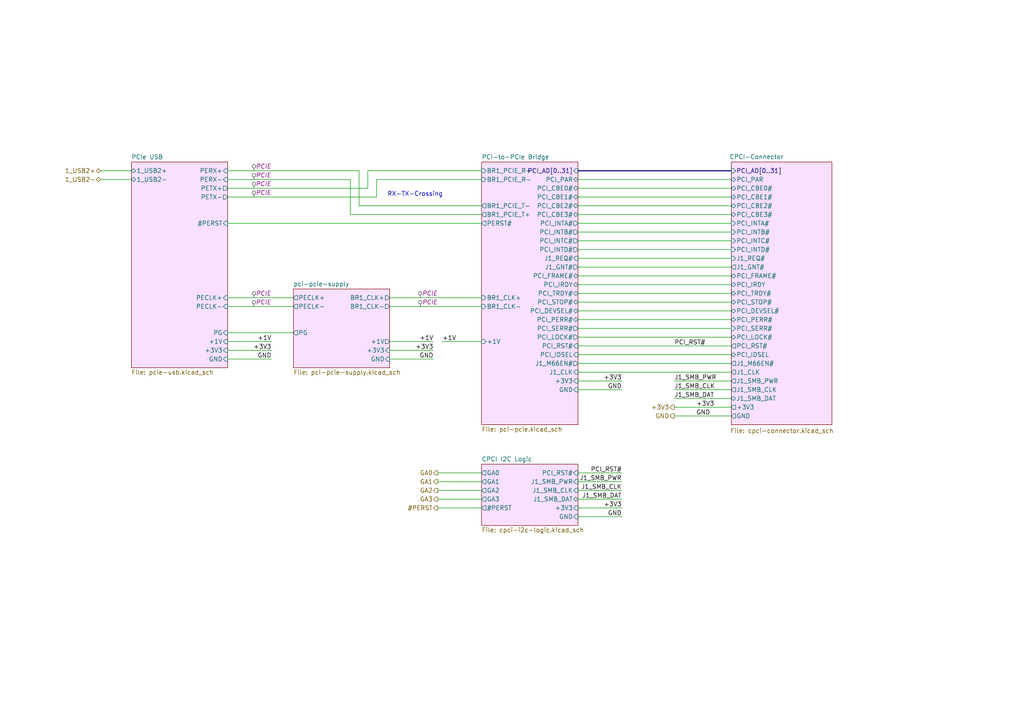
<source format=kicad_sch>
(kicad_sch
	(version 20231120)
	(generator "eeschema")
	(generator_version "8.0")
	(uuid "13c7307e-49d9-4fec-a395-7f45d40a8f77")
	(paper "A4")
	(title_block
		(title "CQ2")
		(date "2024-07-31")
		(rev "0")
		(comment 1 "CPCI to USB Interface")
		(comment 2 "Manfred Schmitz")
		(comment 3 "tbd")
		(comment 4 "2024-07-03")
		(comment 5 "tbd")
		(comment 6 "A")
	)
	(lib_symbols)
	(wire
		(pts
			(xy 212.09 82.55) (xy 167.64 82.55)
		)
		(stroke
			(width 0)
			(type default)
		)
		(uuid "078882c8-02c5-44fe-a177-df5704c07b36")
	)
	(wire
		(pts
			(xy 212.09 97.79) (xy 167.64 97.79)
		)
		(stroke
			(width 0)
			(type default)
		)
		(uuid "0b7bf6e8-d576-4da5-8aa1-54f3c5c73757")
	)
	(wire
		(pts
			(xy 212.09 115.57) (xy 195.58 115.57)
		)
		(stroke
			(width 0)
			(type default)
		)
		(uuid "0d4b57ae-801e-4ca8-b9aa-79c56dfb10d9")
	)
	(wire
		(pts
			(xy 167.64 142.24) (xy 180.34 142.24)
		)
		(stroke
			(width 0)
			(type default)
		)
		(uuid "14a0a11e-488a-4347-9d82-eacb94e9efd1")
	)
	(wire
		(pts
			(xy 212.09 52.07) (xy 167.64 52.07)
		)
		(stroke
			(width 0)
			(type default)
		)
		(uuid "1a35dbe2-e601-4119-ac78-584c0e479ed3")
	)
	(wire
		(pts
			(xy 125.73 101.6) (xy 113.03 101.6)
		)
		(stroke
			(width 0)
			(type default)
		)
		(uuid "1babc181-7091-45c8-8391-586961771b23")
	)
	(wire
		(pts
			(xy 139.7 139.7) (xy 127 139.7)
		)
		(stroke
			(width 0)
			(type default)
		)
		(uuid "1be37695-00e8-491c-ae5e-6b06b07ee4ed")
	)
	(wire
		(pts
			(xy 212.09 92.71) (xy 167.64 92.71)
		)
		(stroke
			(width 0)
			(type default)
		)
		(uuid "1e3547e8-70ee-446d-ac47-0a991fd8c3b4")
	)
	(wire
		(pts
			(xy 212.09 67.31) (xy 167.64 67.31)
		)
		(stroke
			(width 0)
			(type default)
		)
		(uuid "2047b5c9-07d7-475f-ba12-ef12d9b3bec3")
	)
	(wire
		(pts
			(xy 66.04 64.77) (xy 139.7 64.77)
		)
		(stroke
			(width 0)
			(type default)
		)
		(uuid "25cc6592-795e-45cf-968b-f41ffeba1150")
	)
	(wire
		(pts
			(xy 78.74 101.6) (xy 66.04 101.6)
		)
		(stroke
			(width 0)
			(type default)
		)
		(uuid "2a8dcaa9-6ff4-441d-b02f-844bb56af4a9")
	)
	(wire
		(pts
			(xy 195.58 118.11) (xy 212.09 118.11)
		)
		(stroke
			(width 0)
			(type default)
		)
		(uuid "2b01f1f2-ffa0-462c-beae-165d520045f4")
	)
	(wire
		(pts
			(xy 29.21 49.53) (xy 38.1 49.53)
		)
		(stroke
			(width 0)
			(type default)
		)
		(uuid "2bdf8aad-328e-436d-b836-8e8ed2e42f13")
	)
	(wire
		(pts
			(xy 139.7 88.9) (xy 113.03 88.9)
		)
		(stroke
			(width 0)
			(type default)
		)
		(uuid "3783f957-90ca-4d73-952c-c15b96f6762d")
	)
	(wire
		(pts
			(xy 212.09 59.69) (xy 167.64 59.69)
		)
		(stroke
			(width 0)
			(type default)
		)
		(uuid "38268471-3d36-4d6f-be62-2aab57ba209f")
	)
	(wire
		(pts
			(xy 104.14 49.53) (xy 104.14 59.69)
		)
		(stroke
			(width 0)
			(type default)
		)
		(uuid "39c8f573-0cb4-4e5d-b248-f7658dc50e89")
	)
	(wire
		(pts
			(xy 125.73 99.06) (xy 113.03 99.06)
		)
		(stroke
			(width 0)
			(type default)
		)
		(uuid "3a54679b-219f-4f61-a90f-17904b1e40ae")
	)
	(wire
		(pts
			(xy 212.09 69.85) (xy 167.64 69.85)
		)
		(stroke
			(width 0)
			(type default)
		)
		(uuid "4adeab81-0f7e-47d7-8a86-268896b5d884")
	)
	(wire
		(pts
			(xy 101.6 62.23) (xy 139.7 62.23)
		)
		(stroke
			(width 0)
			(type default)
		)
		(uuid "52ea4eea-9a18-4343-9eb5-ec7e326a0a38")
	)
	(wire
		(pts
			(xy 212.09 85.09) (xy 167.64 85.09)
		)
		(stroke
			(width 0)
			(type default)
		)
		(uuid "52ecf323-7cc9-4362-abac-3e5f646396e5")
	)
	(wire
		(pts
			(xy 109.22 52.07) (xy 109.22 57.15)
		)
		(stroke
			(width 0)
			(type default)
		)
		(uuid "59884d5c-0d5b-4b8f-925b-48ddc7e03b66")
	)
	(wire
		(pts
			(xy 212.09 77.47) (xy 167.64 77.47)
		)
		(stroke
			(width 0)
			(type default)
		)
		(uuid "5d388848-00a5-4b5c-ad85-4441671b6de2")
	)
	(wire
		(pts
			(xy 66.04 49.53) (xy 104.14 49.53)
		)
		(stroke
			(width 0)
			(type default)
		)
		(uuid "5d4b5c50-c5dd-4dad-b308-25be88f266b1")
	)
	(wire
		(pts
			(xy 139.7 142.24) (xy 127 142.24)
		)
		(stroke
			(width 0)
			(type default)
		)
		(uuid "5f08c351-b595-4a5b-a7d2-0ab0f930bf18")
	)
	(wire
		(pts
			(xy 66.04 57.15) (xy 109.22 57.15)
		)
		(stroke
			(width 0)
			(type default)
		)
		(uuid "6081ee0c-242c-4f5c-a1cf-23a0a897b8ea")
	)
	(wire
		(pts
			(xy 212.09 90.17) (xy 167.64 90.17)
		)
		(stroke
			(width 0)
			(type default)
		)
		(uuid "6335bb1f-5cc3-4a94-8554-ebb40df0795c")
	)
	(wire
		(pts
			(xy 106.68 54.61) (xy 106.68 49.53)
		)
		(stroke
			(width 0)
			(type default)
		)
		(uuid "63bc73b7-a814-41aa-942c-3e43b1710753")
	)
	(wire
		(pts
			(xy 212.09 105.41) (xy 167.64 105.41)
		)
		(stroke
			(width 0)
			(type default)
		)
		(uuid "6bb4a8dc-9cb2-4caa-b278-bc54aa03a804")
	)
	(wire
		(pts
			(xy 212.09 102.87) (xy 167.64 102.87)
		)
		(stroke
			(width 0)
			(type default)
		)
		(uuid "72c538d1-2502-4686-94fe-f5a61c7ffaa9")
	)
	(wire
		(pts
			(xy 212.09 64.77) (xy 167.64 64.77)
		)
		(stroke
			(width 0)
			(type default)
		)
		(uuid "73bd40d7-f81c-461e-afd1-0a5c7190cf3b")
	)
	(wire
		(pts
			(xy 180.34 137.16) (xy 167.64 137.16)
		)
		(stroke
			(width 0)
			(type default)
		)
		(uuid "7878e58e-5049-4571-9be5-b0a9d86ac6b2")
	)
	(wire
		(pts
			(xy 212.09 57.15) (xy 167.64 57.15)
		)
		(stroke
			(width 0)
			(type default)
		)
		(uuid "7d71de94-7217-4344-ac9f-b4102b5fc7f0")
	)
	(wire
		(pts
			(xy 66.04 52.07) (xy 101.6 52.07)
		)
		(stroke
			(width 0)
			(type default)
		)
		(uuid "7fa10332-e2fe-4249-8345-5412787c83ef")
	)
	(wire
		(pts
			(xy 66.04 96.52) (xy 85.09 96.52)
		)
		(stroke
			(width 0)
			(type default)
		)
		(uuid "8ed70391-fbea-4c0a-a083-cf44edc9606e")
	)
	(wire
		(pts
			(xy 180.34 147.32) (xy 167.64 147.32)
		)
		(stroke
			(width 0)
			(type default)
		)
		(uuid "9ad05a68-6e31-4965-987c-ab58d1187043")
	)
	(wire
		(pts
			(xy 128.27 99.06) (xy 139.7 99.06)
		)
		(stroke
			(width 0)
			(type default)
		)
		(uuid "9d9d81c5-20ad-4d69-a6c3-5adc4226a73e")
	)
	(wire
		(pts
			(xy 125.73 104.14) (xy 113.03 104.14)
		)
		(stroke
			(width 0)
			(type default)
		)
		(uuid "9e8b376e-e7cb-4518-9f56-4cdf9033844b")
	)
	(wire
		(pts
			(xy 180.34 113.03) (xy 167.64 113.03)
		)
		(stroke
			(width 0)
			(type default)
		)
		(uuid "a3794e1e-1cd1-45b6-a1c4-0cb8f7156065")
	)
	(wire
		(pts
			(xy 212.09 74.93) (xy 167.64 74.93)
		)
		(stroke
			(width 0)
			(type default)
		)
		(uuid "ae816bbd-1d53-4006-bd55-5b3732c7be17")
	)
	(bus
		(pts
			(xy 212.09 49.53) (xy 167.64 49.53)
		)
		(stroke
			(width 0)
			(type default)
		)
		(uuid "b48a26d6-bf8b-4c8d-8427-72299756ec8c")
	)
	(wire
		(pts
			(xy 212.09 113.03) (xy 195.58 113.03)
		)
		(stroke
			(width 0)
			(type default)
		)
		(uuid "ba720d90-ac8c-465a-a473-0aef5c66b4dc")
	)
	(wire
		(pts
			(xy 139.7 52.07) (xy 109.22 52.07)
		)
		(stroke
			(width 0)
			(type default)
		)
		(uuid "bb96976a-490f-4277-b553-d53325bcd533")
	)
	(wire
		(pts
			(xy 78.74 104.14) (xy 66.04 104.14)
		)
		(stroke
			(width 0)
			(type default)
		)
		(uuid "bca1ced7-1857-416b-beea-d0604a77709a")
	)
	(wire
		(pts
			(xy 29.21 52.07) (xy 38.1 52.07)
		)
		(stroke
			(width 0)
			(type default)
		)
		(uuid "bd173ce4-a981-46b4-8867-a5a736f53c03")
	)
	(wire
		(pts
			(xy 101.6 52.07) (xy 101.6 62.23)
		)
		(stroke
			(width 0)
			(type default)
		)
		(uuid "c13bc06d-b626-4387-9126-2524b750bb40")
	)
	(wire
		(pts
			(xy 212.09 72.39) (xy 167.64 72.39)
		)
		(stroke
			(width 0)
			(type default)
		)
		(uuid "c53d2987-d73e-4d41-b154-79f27f53d454")
	)
	(wire
		(pts
			(xy 167.64 139.7) (xy 180.34 139.7)
		)
		(stroke
			(width 0)
			(type default)
		)
		(uuid "c5a58c1d-0aa5-43e3-80f9-c4377f7fc370")
	)
	(wire
		(pts
			(xy 212.09 80.01) (xy 167.64 80.01)
		)
		(stroke
			(width 0)
			(type default)
		)
		(uuid "c607306d-89f6-471e-8bff-20c4d64f7954")
	)
	(wire
		(pts
			(xy 139.7 59.69) (xy 104.14 59.69)
		)
		(stroke
			(width 0)
			(type default)
		)
		(uuid "c71dcf6f-c6c9-4b07-9483-f84fbc592071")
	)
	(wire
		(pts
			(xy 167.64 100.33) (xy 212.09 100.33)
		)
		(stroke
			(width 0)
			(type default)
		)
		(uuid "ca52bfa3-1b13-4c41-b08a-21d2b1166999")
	)
	(wire
		(pts
			(xy 195.58 120.65) (xy 212.09 120.65)
		)
		(stroke
			(width 0)
			(type default)
		)
		(uuid "cc4fc3f6-2368-46a7-8235-8543b539dacd")
	)
	(wire
		(pts
			(xy 167.64 144.78) (xy 180.34 144.78)
		)
		(stroke
			(width 0)
			(type default)
		)
		(uuid "ce975299-752d-438c-8ba6-4cb1deb9899c")
	)
	(wire
		(pts
			(xy 139.7 86.36) (xy 113.03 86.36)
		)
		(stroke
			(width 0)
			(type default)
		)
		(uuid "cf46825e-13a6-43b0-b001-d600c3311507")
	)
	(wire
		(pts
			(xy 212.09 95.25) (xy 167.64 95.25)
		)
		(stroke
			(width 0)
			(type default)
		)
		(uuid "cfc6d6ce-7f95-4217-be0f-692bcf9b79af")
	)
	(wire
		(pts
			(xy 106.68 49.53) (xy 139.7 49.53)
		)
		(stroke
			(width 0)
			(type default)
		)
		(uuid "d1fbc5a2-1670-430b-903b-56d2388aa507")
	)
	(wire
		(pts
			(xy 66.04 86.36) (xy 85.09 86.36)
		)
		(stroke
			(width 0)
			(type default)
		)
		(uuid "d3f89430-4f10-4b48-abe0-9c4b30c8394a")
	)
	(wire
		(pts
			(xy 180.34 149.86) (xy 167.64 149.86)
		)
		(stroke
			(width 0)
			(type default)
		)
		(uuid "d56d1311-7c2d-4413-b74e-be70b8c4fd75")
	)
	(wire
		(pts
			(xy 212.09 87.63) (xy 167.64 87.63)
		)
		(stroke
			(width 0)
			(type default)
		)
		(uuid "dea8c987-c440-44b8-af80-d7d6838cd24e")
	)
	(wire
		(pts
			(xy 180.34 110.49) (xy 167.64 110.49)
		)
		(stroke
			(width 0)
			(type default)
		)
		(uuid "e4fbd82f-4e2c-4f6d-b820-1178fb3afa23")
	)
	(wire
		(pts
			(xy 212.09 107.95) (xy 167.64 107.95)
		)
		(stroke
			(width 0)
			(type default)
		)
		(uuid "e668d70a-5365-4634-ae49-b54d25dc104d")
	)
	(wire
		(pts
			(xy 212.09 54.61) (xy 167.64 54.61)
		)
		(stroke
			(width 0)
			(type default)
		)
		(uuid "e7596fb9-1cd2-476e-8ee6-501baabc5c56")
	)
	(wire
		(pts
			(xy 212.09 110.49) (xy 195.58 110.49)
		)
		(stroke
			(width 0)
			(type default)
		)
		(uuid "ed2abc98-0933-4786-b835-1c9ca61ddcb7")
	)
	(wire
		(pts
			(xy 66.04 88.9) (xy 85.09 88.9)
		)
		(stroke
			(width 0)
			(type default)
		)
		(uuid "f14ac15d-00e2-4bb1-8214-4b85b0cd20b6")
	)
	(wire
		(pts
			(xy 212.09 62.23) (xy 167.64 62.23)
		)
		(stroke
			(width 0)
			(type default)
		)
		(uuid "f219d52f-f06f-43c5-a0d9-12d819b01a78")
	)
	(wire
		(pts
			(xy 139.7 144.78) (xy 127 144.78)
		)
		(stroke
			(width 0)
			(type default)
		)
		(uuid "f5cf4207-325b-4f9e-b6a5-f964b38310e1")
	)
	(wire
		(pts
			(xy 78.74 99.06) (xy 66.04 99.06)
		)
		(stroke
			(width 0)
			(type default)
		)
		(uuid "fc7ef6de-88e6-4470-ae31-612ce925d419")
	)
	(wire
		(pts
			(xy 66.04 54.61) (xy 106.68 54.61)
		)
		(stroke
			(width 0)
			(type default)
		)
		(uuid "fc95af48-9e9e-42e9-ae2d-d20b903f2a71")
	)
	(wire
		(pts
			(xy 139.7 147.32) (xy 127 147.32)
		)
		(stroke
			(width 0)
			(type default)
		)
		(uuid "fd83de4b-e6d4-4768-b400-3c25df6b7ddf")
	)
	(wire
		(pts
			(xy 139.7 137.16) (xy 127 137.16)
		)
		(stroke
			(width 0)
			(type default)
		)
		(uuid "ff6227dc-a3c8-43f7-9b6f-a5260aca2e4f")
	)
	(text "RX-TX-Crossing"
		(exclude_from_sim no)
		(at 120.396 56.388 0)
		(effects
			(font
				(size 1.27 1.27)
			)
		)
		(uuid "03071723-2928-4481-8296-b41a3de96cd4")
	)
	(label "PCI_RST#"
		(at 195.58 100.33 0)
		(fields_autoplaced yes)
		(effects
			(font
				(size 1.27 1.27)
			)
			(justify left bottom)
		)
		(uuid "0a8c747a-45d7-453d-8dd2-39287e87b62c")
	)
	(label "+3V3"
		(at 125.73 101.6 180)
		(fields_autoplaced yes)
		(effects
			(font
				(size 1.27 1.27)
			)
			(justify right bottom)
		)
		(uuid "0fda711c-3065-4ffc-a79b-439a9aa99c22")
	)
	(label "+1V"
		(at 128.27 99.06 0)
		(fields_autoplaced yes)
		(effects
			(font
				(size 1.27 1.27)
			)
			(justify left bottom)
		)
		(uuid "1ccad670-021e-4778-b3b7-d192b8e5771f")
	)
	(label "GND"
		(at 125.73 104.14 180)
		(fields_autoplaced yes)
		(effects
			(font
				(size 1.27 1.27)
			)
			(justify right bottom)
		)
		(uuid "28477a23-fcd0-4b0b-a77c-bc169d935363")
	)
	(label "J1_SMB_CLK"
		(at 180.34 142.24 180)
		(fields_autoplaced yes)
		(effects
			(font
				(size 1.27 1.27)
			)
			(justify right bottom)
		)
		(uuid "2fcdc157-6fd4-44d5-aaa0-88682dd9f09e")
	)
	(label "GND"
		(at 180.34 149.86 180)
		(fields_autoplaced yes)
		(effects
			(font
				(size 1.27 1.27)
			)
			(justify right bottom)
		)
		(uuid "30010eb3-fbf3-476b-b552-4d263551e2ba")
	)
	(label "GND"
		(at 180.34 113.03 180)
		(fields_autoplaced yes)
		(effects
			(font
				(size 1.27 1.27)
			)
			(justify right bottom)
		)
		(uuid "32afdb77-999a-49a1-a64d-509d4cde3dc9")
	)
	(label "+3V3"
		(at 201.93 118.11 0)
		(fields_autoplaced yes)
		(effects
			(font
				(size 1.27 1.27)
			)
			(justify left bottom)
		)
		(uuid "36f0b2a5-66be-46a9-8afd-cd81581dcc82")
	)
	(label "+1V"
		(at 125.73 99.06 180)
		(fields_autoplaced yes)
		(effects
			(font
				(size 1.27 1.27)
			)
			(justify right bottom)
		)
		(uuid "52e48e60-d51f-420f-a8ab-3356f01d74e2")
	)
	(label "+3V3"
		(at 180.34 110.49 180)
		(fields_autoplaced yes)
		(effects
			(font
				(size 1.27 1.27)
			)
			(justify right bottom)
		)
		(uuid "5ac69e8f-eb38-4d81-a798-55ad9e580e60")
	)
	(label "J1_SMB_DAT"
		(at 195.58 115.57 0)
		(fields_autoplaced yes)
		(effects
			(font
				(size 1.27 1.27)
			)
			(justify left bottom)
		)
		(uuid "601c14ee-5438-4b90-9167-ee104cd10858")
	)
	(label "+1V"
		(at 78.74 99.06 180)
		(fields_autoplaced yes)
		(effects
			(font
				(size 1.27 1.27)
			)
			(justify right bottom)
		)
		(uuid "6768854e-2a58-414b-8fa5-a6e8b082c488")
	)
	(label "GND"
		(at 78.74 104.14 180)
		(fields_autoplaced yes)
		(effects
			(font
				(size 1.27 1.27)
			)
			(justify right bottom)
		)
		(uuid "790a7278-6aa0-4224-9f58-29ef70f02a0a")
	)
	(label "GND"
		(at 201.93 120.65 0)
		(fields_autoplaced yes)
		(effects
			(font
				(size 1.27 1.27)
			)
			(justify left bottom)
		)
		(uuid "91f4a091-a627-4450-81e2-c972b00e1409")
	)
	(label "J1_SMB_PWR"
		(at 180.34 139.7 180)
		(fields_autoplaced yes)
		(effects
			(font
				(size 1.27 1.27)
			)
			(justify right bottom)
		)
		(uuid "958a1b05-48ad-424a-8877-d0ffbad71fc3")
	)
	(label "+3V3"
		(at 78.74 101.6 180)
		(fields_autoplaced yes)
		(effects
			(font
				(size 1.27 1.27)
			)
			(justify right bottom)
		)
		(uuid "bf90cd53-905d-49a4-bea8-a9a776387d02")
	)
	(label "J1_SMB_DAT"
		(at 180.34 144.78 180)
		(fields_autoplaced yes)
		(effects
			(font
				(size 1.27 1.27)
			)
			(justify right bottom)
		)
		(uuid "d626442b-2801-4361-aed0-afdcf629dbca")
	)
	(label "J1_SMB_CLK"
		(at 195.58 113.03 0)
		(fields_autoplaced yes)
		(effects
			(font
				(size 1.27 1.27)
			)
			(justify left bottom)
		)
		(uuid "e9fb79d1-e7e5-425e-99db-d62ee6ae6d71")
	)
	(label "+3V3"
		(at 180.34 147.32 180)
		(fields_autoplaced yes)
		(effects
			(font
				(size 1.27 1.27)
			)
			(justify right bottom)
		)
		(uuid "f356af9f-51e3-4db5-9508-5095bb4eb2a4")
	)
	(label "J1_SMB_PWR"
		(at 195.58 110.49 0)
		(fields_autoplaced yes)
		(effects
			(font
				(size 1.27 1.27)
			)
			(justify left bottom)
		)
		(uuid "f6f9c64f-88c6-4cac-b636-693794de6544")
	)
	(label "PCI_RST#"
		(at 180.34 137.16 180)
		(fields_autoplaced yes)
		(effects
			(font
				(size 1.27 1.27)
			)
			(justify right bottom)
		)
		(uuid "f71e3c96-eb9d-4d38-b56a-68307fdd7d07")
	)
	(hierarchical_label "GA3"
		(shape output)
		(at 127 144.78 180)
		(fields_autoplaced yes)
		(effects
			(font
				(size 1.27 1.27)
			)
			(justify right)
		)
		(uuid "15da431d-3fc5-4d44-bdb7-c27a6e0fa725")
	)
	(hierarchical_label "GA1"
		(shape output)
		(at 127 139.7 180)
		(fields_autoplaced yes)
		(effects
			(font
				(size 1.27 1.27)
			)
			(justify right)
		)
		(uuid "8a4d83df-10a7-4b9d-8da0-a0af8ba0130a")
	)
	(hierarchical_label "1_USB2-"
		(shape bidirectional)
		(at 29.21 52.07 180)
		(fields_autoplaced yes)
		(effects
			(font
				(size 1.27 1.27)
			)
			(justify right)
		)
		(uuid "8d4fbc4a-e7be-4186-aa1e-15a2e5e4e513")
	)
	(hierarchical_label "GND"
		(shape output)
		(at 195.58 120.65 180)
		(fields_autoplaced yes)
		(effects
			(font
				(size 1.27 1.27)
			)
			(justify right)
		)
		(uuid "91f77484-7412-46dc-b5ff-ea1ea537faf5")
	)
	(hierarchical_label "+3V3"
		(shape output)
		(at 195.58 118.11 180)
		(fields_autoplaced yes)
		(effects
			(font
				(size 1.27 1.27)
			)
			(justify right)
		)
		(uuid "c9598408-9537-47f0-81f9-62ad01032b30")
	)
	(hierarchical_label "GA2"
		(shape output)
		(at 127 142.24 180)
		(fields_autoplaced yes)
		(effects
			(font
				(size 1.27 1.27)
			)
			(justify right)
		)
		(uuid "d673dc8c-98b4-4a94-893b-f316f70859b0")
	)
	(hierarchical_label "#PERST"
		(shape output)
		(at 127 147.32 180)
		(fields_autoplaced yes)
		(effects
			(font
				(size 1.27 1.27)
			)
			(justify right)
		)
		(uuid "e87a8b36-7936-42b6-b868-137f289dd4c5")
	)
	(hierarchical_label "GA0"
		(shape output)
		(at 127 137.16 180)
		(fields_autoplaced yes)
		(effects
			(font
				(size 1.27 1.27)
			)
			(justify right)
		)
		(uuid "f2d10545-4632-4e9e-bb83-d77a3847993c")
	)
	(hierarchical_label "1_USB2+"
		(shape bidirectional)
		(at 29.21 49.53 180)
		(fields_autoplaced yes)
		(effects
			(font
				(size 1.27 1.27)
			)
			(justify right)
		)
		(uuid "f56fa3a8-985b-4cd5-937f-fa22c9040eff")
	)
	(netclass_flag ""
		(length 1.28)
		(shape round)
		(at 73.66 88.9 0)
		(effects
			(font
				(size 1.27 1.27)
			)
			(justify left bottom)
		)
		(uuid "0050ee3d-fc8d-4685-8a50-821cad6a6e75")
		(property "Netclass" "PCIE"
			(at 74.168 87.63 0)
			(effects
				(font
					(size 1.27 1.27)
					(italic yes)
				)
				(justify left)
			)
		)
	)
	(netclass_flag ""
		(length 1.28)
		(shape round)
		(at 73.66 54.61 0)
		(effects
			(font
				(size 1.27 1.27)
			)
			(justify left bottom)
		)
		(uuid "536d4caa-3ad8-4fc9-9e75-59789c361a54")
		(property "Netclass" "PCIE"
			(at 74.168 53.34 0)
			(effects
				(font
					(size 1.27 1.27)
					(italic yes)
				)
				(justify left)
			)
		)
	)
	(netclass_flag ""
		(length 1.28)
		(shape round)
		(at 73.66 52.07 0)
		(effects
			(font
				(size 1.27 1.27)
			)
			(justify left bottom)
		)
		(uuid "5ab28472-33a0-4613-b3fc-9f08384938dd")
		(property "Netclass" "PCIE"
			(at 74.168 50.8 0)
			(effects
				(font
					(size 1.27 1.27)
					(italic yes)
				)
				(justify left)
			)
		)
	)
	(netclass_flag ""
		(length 1.28)
		(shape round)
		(at 73.66 49.53 0)
		(effects
			(font
				(size 1.27 1.27)
			)
			(justify left bottom)
		)
		(uuid "891ae83b-3624-4fc2-bb27-78d7246b10e8")
		(property "Netclass" "PCIE"
			(at 74.168 48.26 0)
			(effects
				(font
					(size 1.27 1.27)
					(italic yes)
				)
				(justify left)
			)
		)
	)
	(netclass_flag ""
		(length 1.28)
		(shape round)
		(at 121.92 88.9 0)
		(effects
			(font
				(size 1.27 1.27)
			)
			(justify left bottom)
		)
		(uuid "b240f323-e3de-4aa7-8480-cb06785c6d27")
		(property "Netclass" "PCIE"
			(at 122.428 87.63 0)
			(effects
				(font
					(size 1.27 1.27)
					(italic yes)
				)
				(justify left)
			)
		)
	)
	(netclass_flag ""
		(length 1.28)
		(shape round)
		(at 73.66 57.15 0)
		(effects
			(font
				(size 1.27 1.27)
			)
			(justify left bottom)
		)
		(uuid "b80816da-b468-46a1-8c3b-3409e653d283")
		(property "Netclass" "PCIE"
			(at 74.168 55.88 0)
			(effects
				(font
					(size 1.27 1.27)
					(italic yes)
				)
				(justify left)
			)
		)
	)
	(netclass_flag ""
		(length 1.28)
		(shape round)
		(at 121.92 86.36 0)
		(effects
			(font
				(size 1.27 1.27)
			)
			(justify left bottom)
		)
		(uuid "cf75d8e7-64a1-47cb-8536-2334979c3fef")
		(property "Netclass" "PCIE"
			(at 122.428 85.09 0)
			(effects
				(font
					(size 1.27 1.27)
					(italic yes)
				)
				(justify left)
			)
		)
	)
	(netclass_flag ""
		(length 1.28)
		(shape round)
		(at 73.66 86.36 0)
		(effects
			(font
				(size 1.27 1.27)
			)
			(justify left bottom)
		)
		(uuid "e1bd9d92-d318-4246-834c-ce4a4661bda8")
		(property "Netclass" "PCIE"
			(at 74.168 85.09 0)
			(effects
				(font
					(size 1.27 1.27)
					(italic yes)
				)
				(justify left)
			)
		)
	)
	(sheet
		(at 212.09 46.99)
		(size 29.21 76.2)
		(stroke
			(width 0.1524)
			(type solid)
		)
		(fill
			(color 249 224 255 1.0000)
		)
		(uuid "70c80065-0e86-4849-b605-526ff175ded7")
		(property "Sheetname" "CPCI-Connector"
			(at 211.582 46.228 0)
			(effects
				(font
					(size 1.27 1.27)
				)
				(justify left bottom)
			)
		)
		(property "Sheetfile" "cpci-connector.kicad_sch"
			(at 211.836 124.206 0)
			(effects
				(font
					(size 1.27 1.27)
				)
				(justify left top)
			)
		)
		(pin "J1_REQ#" input
			(at 212.09 74.93 180)
			(effects
				(font
					(size 1.27 1.27)
				)
				(justify left)
			)
			(uuid "14f1a7c6-c4c0-4eb2-931a-154343364dbf")
		)
		(pin "PCI_SERR#" input
			(at 212.09 95.25 180)
			(effects
				(font
					(size 1.27 1.27)
				)
				(justify left)
			)
			(uuid "7ccfcd42-f4ef-43fb-8e99-f5ceae2d7a71")
		)
		(pin "PCI_STOP#" bidirectional
			(at 212.09 87.63 180)
			(effects
				(font
					(size 1.27 1.27)
				)
				(justify left)
			)
			(uuid "174f9e40-c070-41d0-baa3-bf940a3ccaf3")
		)
		(pin "PCI_TRDY#" bidirectional
			(at 212.09 85.09 180)
			(effects
				(font
					(size 1.27 1.27)
				)
				(justify left)
			)
			(uuid "5e55ed0e-3750-46de-a551-33933f8b6e7b")
		)
		(pin "PCI_INTB#" input
			(at 212.09 67.31 180)
			(effects
				(font
					(size 1.27 1.27)
				)
				(justify left)
			)
			(uuid "a1f3d44f-9f97-4940-99e8-d4d8fbb35d74")
		)
		(pin "PCI_INTC#" input
			(at 212.09 69.85 180)
			(effects
				(font
					(size 1.27 1.27)
				)
				(justify left)
			)
			(uuid "98b8651f-f4e1-4a63-b9e5-9548eaae7e53")
		)
		(pin "J1_GNT#" output
			(at 212.09 77.47 180)
			(effects
				(font
					(size 1.27 1.27)
				)
				(justify left)
			)
			(uuid "8a917fb2-e3ee-4019-ae52-1a36b2125680")
		)
		(pin "PCI_INTA#" input
			(at 212.09 64.77 180)
			(effects
				(font
					(size 1.27 1.27)
				)
				(justify left)
			)
			(uuid "ebd31d4b-17d9-471a-a643-edb4049980d8")
		)
		(pin "PCI_INTD#" input
			(at 212.09 72.39 180)
			(effects
				(font
					(size 1.27 1.27)
				)
				(justify left)
			)
			(uuid "ac405823-d072-40f0-8c38-5bae90356a54")
		)
		(pin "PCI_LOCK#" bidirectional
			(at 212.09 97.79 180)
			(effects
				(font
					(size 1.27 1.27)
				)
				(justify left)
			)
			(uuid "e8b35975-27fb-40f8-a164-99bc55fe518c")
		)
		(pin "PCI_PERR#" bidirectional
			(at 212.09 92.71 180)
			(effects
				(font
					(size 1.27 1.27)
				)
				(justify left)
			)
			(uuid "118f1954-cf0f-4b75-b9f1-16f654704495")
		)
		(pin "PCI_IDSEL" bidirectional
			(at 212.09 102.87 180)
			(effects
				(font
					(size 1.27 1.27)
				)
				(justify left)
			)
			(uuid "b6130751-59d3-4ffa-99a1-6266bf6fac01")
		)
		(pin "GND" output
			(at 212.09 120.65 180)
			(effects
				(font
					(size 1.27 1.27)
				)
				(justify left)
			)
			(uuid "663141ad-fbab-4d82-a002-3cb2b0dd85fb")
		)
		(pin "+3V3" output
			(at 212.09 118.11 180)
			(effects
				(font
					(size 1.27 1.27)
				)
				(justify left)
			)
			(uuid "1d9a5a88-6b58-488e-9790-1cd6de3ad671")
		)
		(pin "J1_M66EN#" output
			(at 212.09 105.41 180)
			(effects
				(font
					(size 1.27 1.27)
				)
				(justify left)
			)
			(uuid "131b85a6-5baf-454f-b35d-814bba04d5f6")
		)
		(pin "PCI_FRAME#" bidirectional
			(at 212.09 80.01 180)
			(effects
				(font
					(size 1.27 1.27)
				)
				(justify left)
			)
			(uuid "62af11c6-ad2d-4ada-b956-30e9e0b654ec")
		)
		(pin "PCI_IRDY" bidirectional
			(at 212.09 82.55 180)
			(effects
				(font
					(size 1.27 1.27)
				)
				(justify left)
			)
			(uuid "3b692f1e-fb1c-461a-bacb-c8d5f7b38c63")
		)
		(pin "J1_CLK" output
			(at 212.09 107.95 180)
			(effects
				(font
					(size 1.27 1.27)
				)
				(justify left)
			)
			(uuid "b4db3e26-c3f5-426a-be16-e60c5901e62e")
		)
		(pin "PCI_DEVSEL#" bidirectional
			(at 212.09 90.17 180)
			(effects
				(font
					(size 1.27 1.27)
				)
				(justify left)
			)
			(uuid "e6841b12-35cc-49c1-a309-f6c0dd453c9e")
		)
		(pin "PCI_RST#" output
			(at 212.09 100.33 180)
			(effects
				(font
					(size 1.27 1.27)
				)
				(justify left)
			)
			(uuid "0a25ca8d-4113-4c20-bd6b-df27ac863fde")
		)
		(pin "PCI_CBE1#" bidirectional
			(at 212.09 57.15 180)
			(effects
				(font
					(size 1.27 1.27)
				)
				(justify left)
			)
			(uuid "ac5f37e7-0513-4abd-b8e2-8792d123b8b3")
		)
		(pin "PCI_CBE0#" bidirectional
			(at 212.09 54.61 180)
			(effects
				(font
					(size 1.27 1.27)
				)
				(justify left)
			)
			(uuid "dbada792-fd45-412f-b6ca-3c7e8a695a4b")
		)
		(pin "PCI_CBE3#" bidirectional
			(at 212.09 62.23 180)
			(effects
				(font
					(size 1.27 1.27)
				)
				(justify left)
			)
			(uuid "ceb806e2-d037-4a8b-8480-11b96507eda7")
		)
		(pin "PCI_PAR" bidirectional
			(at 212.09 52.07 180)
			(effects
				(font
					(size 1.27 1.27)
				)
				(justify left)
			)
			(uuid "34bffb2a-3cf3-4846-95a1-c88e5e7ed78e")
		)
		(pin "PCI_CBE2#" bidirectional
			(at 212.09 59.69 180)
			(effects
				(font
					(size 1.27 1.27)
				)
				(justify left)
			)
			(uuid "adcb324e-4283-4fb6-a263-5c5dae5108ee")
		)
		(pin "J1_SMB_CLK" output
			(at 212.09 113.03 180)
			(effects
				(font
					(size 1.27 1.27)
				)
				(justify left)
			)
			(uuid "01239591-c3bd-49d9-8b19-0b10f78f935d")
		)
		(pin "J1_SMB_PWR" output
			(at 212.09 110.49 180)
			(effects
				(font
					(size 1.27 1.27)
				)
				(justify left)
			)
			(uuid "3413aaeb-7f65-4382-ad0f-368101aa5f64")
		)
		(pin "J1_SMB_DAT" bidirectional
			(at 212.09 115.57 180)
			(effects
				(font
					(size 1.27 1.27)
				)
				(justify left)
			)
			(uuid "23fff0a6-c0d0-4f28-88fd-c31d7e105f09")
		)
		(pin "PCI_AD[0..31]" input
			(at 212.09 49.53 180)
			(effects
				(font
					(size 1.27 1.27)
				)
				(justify left)
			)
			(uuid "b110e52a-175b-49c3-985b-3156c304a930")
		)
		(instances
			(project "cq2"
				(path "/b7250307-01ed-4101-9d2a-e447f7e762c6/89bea274-c7b6-4220-9792-fbbe2f0f6b8b"
					(page "4")
				)
			)
		)
	)
	(sheet
		(at 139.7 134.62)
		(size 27.94 17.78)
		(fields_autoplaced yes)
		(stroke
			(width 0.1524)
			(type solid)
		)
		(fill
			(color 249 224 255 1.0000)
		)
		(uuid "8388471d-b69d-49cb-92ae-fdc6d3705d07")
		(property "Sheetname" "CPCI I2C Logic"
			(at 139.7 133.9084 0)
			(effects
				(font
					(size 1.27 1.27)
				)
				(justify left bottom)
			)
		)
		(property "Sheetfile" "cpci-i2c-logic.kicad_sch"
			(at 139.7 152.9846 0)
			(effects
				(font
					(size 1.27 1.27)
				)
				(justify left top)
			)
		)
		(pin "GA3" output
			(at 139.7 144.78 180)
			(effects
				(font
					(size 1.27 1.27)
				)
				(justify left)
			)
			(uuid "39231dab-90ca-41ec-8892-60419cd95eab")
		)
		(pin "GA0" output
			(at 139.7 137.16 180)
			(effects
				(font
					(size 1.27 1.27)
				)
				(justify left)
			)
			(uuid "6f8cf2d6-da3c-4774-8029-900bbc6165b2")
		)
		(pin "GA1" output
			(at 139.7 139.7 180)
			(effects
				(font
					(size 1.27 1.27)
				)
				(justify left)
			)
			(uuid "6dd6ea1b-da59-418c-813e-b5f86cbc3067")
		)
		(pin "GA2" output
			(at 139.7 142.24 180)
			(effects
				(font
					(size 1.27 1.27)
				)
				(justify left)
			)
			(uuid "b6b66424-cbe0-431b-9999-acf909ceac00")
		)
		(pin "PCI_RST#" input
			(at 167.64 137.16 0)
			(effects
				(font
					(size 1.27 1.27)
				)
				(justify right)
			)
			(uuid "45f6dcf2-27ee-4a84-8922-91e87e049a7f")
		)
		(pin "J1_SMB_CLK" input
			(at 167.64 142.24 0)
			(effects
				(font
					(size 1.27 1.27)
				)
				(justify right)
			)
			(uuid "80873773-4d68-46cf-8abe-bf5616f3bcf6")
		)
		(pin "+3V3" input
			(at 167.64 147.32 0)
			(effects
				(font
					(size 1.27 1.27)
				)
				(justify right)
			)
			(uuid "f73b6321-2c2f-4f0c-b53d-dcc97e9aeac1")
		)
		(pin "J1_SMB_DAT" bidirectional
			(at 167.64 144.78 0)
			(effects
				(font
					(size 1.27 1.27)
				)
				(justify right)
			)
			(uuid "3d87c801-5bb6-4579-a9e3-e8aa2fddf477")
		)
		(pin "J1_SMB_PWR" input
			(at 167.64 139.7 0)
			(effects
				(font
					(size 1.27 1.27)
				)
				(justify right)
			)
			(uuid "2c95c2a3-a7b5-402e-a9de-8f99034a9cef")
		)
		(pin "GND" input
			(at 167.64 149.86 0)
			(effects
				(font
					(size 1.27 1.27)
				)
				(justify right)
			)
			(uuid "8fc33735-ffee-4951-b43f-909f1a7d9f97")
		)
		(pin "#PERST" output
			(at 139.7 147.32 180)
			(effects
				(font
					(size 1.27 1.27)
				)
				(justify left)
			)
			(uuid "c5743bdd-6d41-4d3e-99a1-87e5f4147531")
		)
		(instances
			(project "cq2"
				(path "/b7250307-01ed-4101-9d2a-e447f7e762c6/89bea274-c7b6-4220-9792-fbbe2f0f6b8b"
					(page "7")
				)
			)
		)
	)
	(sheet
		(at 85.09 83.82)
		(size 27.94 22.86)
		(fields_autoplaced yes)
		(stroke
			(width 0.1524)
			(type solid)
		)
		(fill
			(color 249 224 255 1.0000)
		)
		(uuid "c300573e-41a3-4bfa-b3b9-15c90e4d72a5")
		(property "Sheetname" "pci-pcie-supply"
			(at 85.09 83.1084 0)
			(effects
				(font
					(size 1.27 1.27)
				)
				(justify left bottom)
			)
		)
		(property "Sheetfile" "pci-pcie-supply.kicad_sch"
			(at 85.09 107.2646 0)
			(effects
				(font
					(size 1.27 1.27)
				)
				(justify left top)
			)
		)
		(pin "GND" input
			(at 113.03 104.14 0)
			(effects
				(font
					(size 1.27 1.27)
				)
				(justify right)
			)
			(uuid "263902d3-f609-46cb-948e-05c8f276bbfa")
		)
		(pin "+3V3" input
			(at 113.03 101.6 0)
			(effects
				(font
					(size 1.27 1.27)
				)
				(justify right)
			)
			(uuid "d1f2e1c9-5b88-4b02-a11b-1caa8c1520e9")
		)
		(pin "BR1_CLK+" output
			(at 113.03 86.36 0)
			(effects
				(font
					(size 1.27 1.27)
				)
				(justify right)
			)
			(uuid "4e79238a-44fb-4493-b92a-ff716f5205ef")
		)
		(pin "BR1_CLK-" output
			(at 113.03 88.9 0)
			(effects
				(font
					(size 1.27 1.27)
				)
				(justify right)
			)
			(uuid "8b296538-269c-455f-89a4-e1697e3d3c28")
		)
		(pin "PECLK-" output
			(at 85.09 88.9 180)
			(effects
				(font
					(size 1.27 1.27)
				)
				(justify left)
			)
			(uuid "7ef6b7e2-0efd-4813-bdb7-fc370ca963d5")
		)
		(pin "PECLK+" output
			(at 85.09 86.36 180)
			(effects
				(font
					(size 1.27 1.27)
				)
				(justify left)
			)
			(uuid "e541dcf6-f02d-4588-b629-771224c430fc")
		)
		(pin "+1V" output
			(at 113.03 99.06 0)
			(effects
				(font
					(size 1.27 1.27)
				)
				(justify right)
			)
			(uuid "69c3778e-cc70-4c0e-86d9-27a1624d724c")
		)
		(pin "PG" output
			(at 85.09 96.52 180)
			(effects
				(font
					(size 1.27 1.27)
				)
				(justify left)
			)
			(uuid "eb56ef79-e3e2-4dfc-a410-24895c11e9d9")
		)
		(instances
			(project "cq2"
				(path "/b7250307-01ed-4101-9d2a-e447f7e762c6/89bea274-c7b6-4220-9792-fbbe2f0f6b8b"
					(page "6")
				)
			)
		)
	)
	(sheet
		(at 38.1 46.99)
		(size 27.94 59.69)
		(fields_autoplaced yes)
		(stroke
			(width 0.1524)
			(type solid)
		)
		(fill
			(color 249 224 255 1.0000)
		)
		(uuid "dc361548-6d6d-4723-88d4-751ae748d7f2")
		(property "Sheetname" "PCIe USB"
			(at 38.1 46.2784 0)
			(effects
				(font
					(size 1.27 1.27)
				)
				(justify left bottom)
			)
		)
		(property "Sheetfile" "pcie-usb.kicad_sch"
			(at 38.1 107.2646 0)
			(effects
				(font
					(size 1.27 1.27)
				)
				(justify left top)
			)
		)
		(pin "+3V3" input
			(at 66.04 101.6 0)
			(effects
				(font
					(size 1.27 1.27)
				)
				(justify right)
			)
			(uuid "bafdf527-4739-49aa-a102-f05564f98ea7")
		)
		(pin "GND" input
			(at 66.04 104.14 0)
			(effects
				(font
					(size 1.27 1.27)
				)
				(justify right)
			)
			(uuid "0a4e764d-e6c5-464d-919c-b38e107437ee")
		)
		(pin "PERX+" input
			(at 66.04 49.53 0)
			(effects
				(font
					(size 1.27 1.27)
				)
				(justify right)
			)
			(uuid "34aca13a-0908-4124-9723-72bb13323a60")
		)
		(pin "#PERST" input
			(at 66.04 64.77 0)
			(effects
				(font
					(size 1.27 1.27)
				)
				(justify right)
			)
			(uuid "9e56fc7b-1093-49b9-a2fe-b2115da63d96")
		)
		(pin "PERX-" input
			(at 66.04 52.07 0)
			(effects
				(font
					(size 1.27 1.27)
				)
				(justify right)
			)
			(uuid "d3614d4d-0b30-4905-a92c-d4a2645d8f31")
		)
		(pin "PECLK+" input
			(at 66.04 86.36 0)
			(effects
				(font
					(size 1.27 1.27)
				)
				(justify right)
			)
			(uuid "ee02ab92-9023-4c48-9a57-a7ccc0115e21")
		)
		(pin "PETX-" output
			(at 66.04 57.15 0)
			(effects
				(font
					(size 1.27 1.27)
				)
				(justify right)
			)
			(uuid "6913dd81-348b-4379-89f5-0777cc196684")
		)
		(pin "PECLK-" input
			(at 66.04 88.9 0)
			(effects
				(font
					(size 1.27 1.27)
				)
				(justify right)
			)
			(uuid "d2a8b25d-df53-479c-bc81-04131d4556b7")
		)
		(pin "PETX+" output
			(at 66.04 54.61 0)
			(effects
				(font
					(size 1.27 1.27)
				)
				(justify right)
			)
			(uuid "aa3b3ab1-6649-425d-b7d8-57d5b2527a41")
		)
		(pin "1_USB2-" bidirectional
			(at 38.1 52.07 180)
			(effects
				(font
					(size 1.27 1.27)
				)
				(justify left)
			)
			(uuid "fb24810d-5e23-47f5-a8d5-448989925967")
		)
		(pin "1_USB2+" bidirectional
			(at 38.1 49.53 180)
			(effects
				(font
					(size 1.27 1.27)
				)
				(justify left)
			)
			(uuid "53328cd3-fa78-4294-99f0-43178797ddc1")
		)
		(pin "+1V" input
			(at 66.04 99.06 0)
			(effects
				(font
					(size 1.27 1.27)
				)
				(justify right)
			)
			(uuid "6c641e70-0657-4f73-a6e8-6bea48c286ae")
		)
		(pin "PG" input
			(at 66.04 96.52 0)
			(effects
				(font
					(size 1.27 1.27)
				)
				(justify right)
			)
			(uuid "a8f9528a-3703-4539-a318-61b9fcac2bc7")
		)
		(instances
			(project "cq2"
				(path "/b7250307-01ed-4101-9d2a-e447f7e762c6/89bea274-c7b6-4220-9792-fbbe2f0f6b8b"
					(page "8")
				)
			)
		)
	)
	(sheet
		(at 139.7 46.99)
		(size 27.94 76.2)
		(fields_autoplaced yes)
		(stroke
			(width 0.1524)
			(type solid)
		)
		(fill
			(color 249 224 255 1.0000)
		)
		(uuid "ec44f190-6b89-465e-b3f3-02c1469e9a67")
		(property "Sheetname" "PCI-to-PCIe Bridge"
			(at 139.7 46.2784 0)
			(effects
				(font
					(size 1.27 1.27)
				)
				(justify left bottom)
			)
		)
		(property "Sheetfile" "pci-pcie.kicad_sch"
			(at 139.7 123.7746 0)
			(effects
				(font
					(size 1.27 1.27)
				)
				(justify left top)
			)
		)
		(pin "J1_GNT#" output
			(at 167.64 77.47 0)
			(effects
				(font
					(size 1.27 1.27)
				)
				(justify right)
			)
			(uuid "9533a894-67cd-45a1-ab9e-d26e7f501434")
		)
		(pin "J1_CLK" input
			(at 167.64 107.95 0)
			(effects
				(font
					(size 1.27 1.27)
				)
				(justify right)
			)
			(uuid "6d44a7c9-c18e-4753-bd57-c82877223f58")
		)
		(pin "PCI_STOP#" bidirectional
			(at 167.64 87.63 0)
			(effects
				(font
					(size 1.27 1.27)
				)
				(justify right)
			)
			(uuid "cc1eb9b2-ca36-4503-b73c-1541d267780e")
		)
		(pin "PCI_DEVSEL#" bidirectional
			(at 167.64 90.17 0)
			(effects
				(font
					(size 1.27 1.27)
				)
				(justify right)
			)
			(uuid "62681864-6f3a-4bd8-ab2c-7819a76c4a66")
		)
		(pin "BR1_CLK+" input
			(at 139.7 86.36 180)
			(effects
				(font
					(size 1.27 1.27)
				)
				(justify left)
			)
			(uuid "d21e224a-f573-4a88-b103-30457c46d0e7")
		)
		(pin "PCI_FRAME#" bidirectional
			(at 167.64 80.01 0)
			(effects
				(font
					(size 1.27 1.27)
				)
				(justify right)
			)
			(uuid "6fbedf8c-2857-40cd-854f-63de501fcc41")
		)
		(pin "PCI_IRDY" bidirectional
			(at 167.64 82.55 0)
			(effects
				(font
					(size 1.27 1.27)
				)
				(justify right)
			)
			(uuid "3d05784e-61f2-40dd-94c4-c3888c6e38b6")
		)
		(pin "PERST#" output
			(at 139.7 64.77 180)
			(effects
				(font
					(size 1.27 1.27)
				)
				(justify left)
			)
			(uuid "d143ca84-0246-42cb-98a6-808a01d3d00f")
		)
		(pin "BR1_CLK-" input
			(at 139.7 88.9 180)
			(effects
				(font
					(size 1.27 1.27)
				)
				(justify left)
			)
			(uuid "100b55d6-4282-4e4c-a71f-f3426d234f8d")
		)
		(pin "PCI_TRDY#" bidirectional
			(at 167.64 85.09 0)
			(effects
				(font
					(size 1.27 1.27)
				)
				(justify right)
			)
			(uuid "57c8c137-a397-446f-8007-6424ea4b2d82")
		)
		(pin "PCI_RST#" input
			(at 167.64 100.33 0)
			(effects
				(font
					(size 1.27 1.27)
				)
				(justify right)
			)
			(uuid "85868428-b4d6-4a47-8fa2-d01a783d8088")
		)
		(pin "J1_M66EN#" output
			(at 167.64 105.41 0)
			(effects
				(font
					(size 1.27 1.27)
				)
				(justify right)
			)
			(uuid "63f18023-a1f2-47e5-b886-3b6d2bfa4fde")
		)
		(pin "PCI_PERR#" bidirectional
			(at 167.64 92.71 0)
			(effects
				(font
					(size 1.27 1.27)
				)
				(justify right)
			)
			(uuid "bb333219-06aa-4d0d-89f3-baf7b25908d7")
		)
		(pin "PCI_LOCK#" output
			(at 167.64 97.79 0)
			(effects
				(font
					(size 1.27 1.27)
				)
				(justify right)
			)
			(uuid "c4e0842e-9fb6-4c4c-9545-90ec29df48d2")
		)
		(pin "PCI_SERR#" output
			(at 167.64 95.25 0)
			(effects
				(font
					(size 1.27 1.27)
				)
				(justify right)
			)
			(uuid "1cd98c42-743c-4142-8126-57b48d54d04b")
		)
		(pin "PCI_IDSEL" input
			(at 167.64 102.87 0)
			(effects
				(font
					(size 1.27 1.27)
				)
				(justify right)
			)
			(uuid "b45c768f-d3e3-4679-bdb1-73396f02b9f2")
		)
		(pin "BR1_PCIE_R+" input
			(at 139.7 49.53 180)
			(effects
				(font
					(size 1.27 1.27)
				)
				(justify left)
			)
			(uuid "be69fe71-cdeb-4690-8328-fbf056854ae0")
		)
		(pin "BR1_PCIE_R-" input
			(at 139.7 52.07 180)
			(effects
				(font
					(size 1.27 1.27)
				)
				(justify left)
			)
			(uuid "1d725cdc-68fe-482e-bde4-22b7ff15959b")
		)
		(pin "BR1_PCIE_T-" output
			(at 139.7 59.69 180)
			(effects
				(font
					(size 1.27 1.27)
				)
				(justify left)
			)
			(uuid "49563864-7a25-40fd-b999-1e9be4c084e7")
		)
		(pin "BR1_PCIE_T+" output
			(at 139.7 62.23 180)
			(effects
				(font
					(size 1.27 1.27)
				)
				(justify left)
			)
			(uuid "9c7f8356-ecf6-4ba4-a8e4-8102a715942f")
		)
		(pin "+3V3" input
			(at 167.64 110.49 0)
			(effects
				(font
					(size 1.27 1.27)
				)
				(justify right)
			)
			(uuid "c9fb05d3-6a0d-44e4-b3f1-9b36a3433e43")
		)
		(pin "GND" input
			(at 167.64 113.03 0)
			(effects
				(font
					(size 1.27 1.27)
				)
				(justify right)
			)
			(uuid "7487792f-4473-4f84-bcaf-8721bc499593")
		)
		(pin "PCI_CBE3#" bidirectional
			(at 167.64 62.23 0)
			(effects
				(font
					(size 1.27 1.27)
				)
				(justify right)
			)
			(uuid "52547a19-694d-45a2-b48f-7a25277d9ba9")
		)
		(pin "PCI_PAR" bidirectional
			(at 167.64 52.07 0)
			(effects
				(font
					(size 1.27 1.27)
				)
				(justify right)
			)
			(uuid "fa1075ff-a99c-497d-b197-908ac3176465")
		)
		(pin "PCI_CBE1#" bidirectional
			(at 167.64 57.15 0)
			(effects
				(font
					(size 1.27 1.27)
				)
				(justify right)
			)
			(uuid "d85765de-e4b2-4a0b-939c-66cb07fd605e")
		)
		(pin "PCI_CBE2#" bidirectional
			(at 167.64 59.69 0)
			(effects
				(font
					(size 1.27 1.27)
				)
				(justify right)
			)
			(uuid "db7ffa93-3b48-4b72-8ff1-fae08e59f025")
		)
		(pin "PCI_CBE0#" bidirectional
			(at 167.64 54.61 0)
			(effects
				(font
					(size 1.27 1.27)
				)
				(justify right)
			)
			(uuid "2e6d4805-299c-42ec-bffa-f08cf45ce702")
		)
		(pin "PCI_INTA#" output
			(at 167.64 64.77 0)
			(effects
				(font
					(size 1.27 1.27)
				)
				(justify right)
			)
			(uuid "1977205f-c627-4ba2-9038-7edf3b14aff7")
		)
		(pin "PCI_INTD#" output
			(at 167.64 72.39 0)
			(effects
				(font
					(size 1.27 1.27)
				)
				(justify right)
			)
			(uuid "82973532-98da-4d6d-9bef-d1cc8db328d6")
		)
		(pin "PCI_INTC#" output
			(at 167.64 69.85 0)
			(effects
				(font
					(size 1.27 1.27)
				)
				(justify right)
			)
			(uuid "bce20e28-20c5-4d9a-93af-27cf19468e56")
		)
		(pin "PCI_INTB#" output
			(at 167.64 67.31 0)
			(effects
				(font
					(size 1.27 1.27)
				)
				(justify right)
			)
			(uuid "23fa92fd-e436-4502-818a-90a13645b9c9")
		)
		(pin "J1_REQ#" input
			(at 167.64 74.93 0)
			(effects
				(font
					(size 1.27 1.27)
				)
				(justify right)
			)
			(uuid "8a230f4c-fcd9-4ba9-8953-011a55f4ea58")
		)
		(pin "+1V" input
			(at 139.7 99.06 180)
			(effects
				(font
					(size 1.27 1.27)
				)
				(justify left)
			)
			(uuid "89b60bbf-80fe-4adc-b2d9-1cd4282eb79c")
		)
		(pin "PCI_AD[0..31]" input
			(at 167.64 49.53 0)
			(effects
				(font
					(size 1.27 1.27)
				)
				(justify right)
			)
			(uuid "5dc0058b-a728-44b0-914e-f57bd2cf4c66")
		)
		(instances
			(project "cq2"
				(path "/b7250307-01ed-4101-9d2a-e447f7e762c6/89bea274-c7b6-4220-9792-fbbe2f0f6b8b"
					(page "5")
				)
			)
		)
	)
)

</source>
